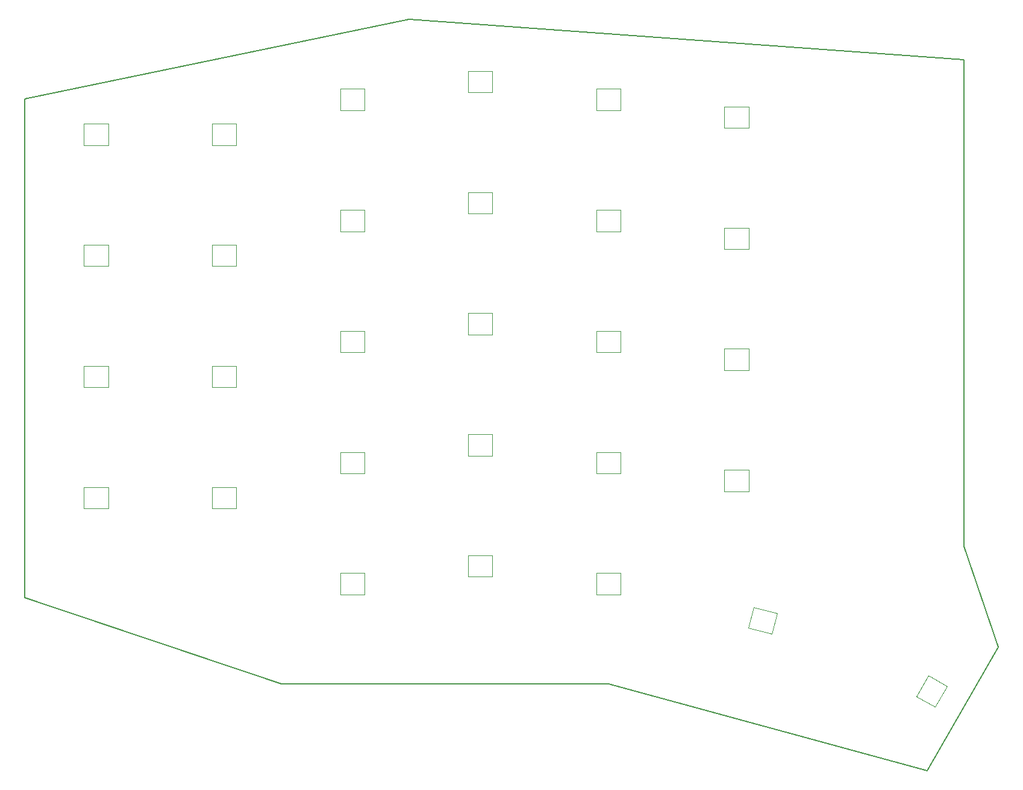
<source format=gbr>
%TF.GenerationSoftware,KiCad,Pcbnew,7.0.7*%
%TF.CreationDate,2023-10-16T17:22:34-07:00*%
%TF.ProjectId,main_pcb,6d61696e-5f70-4636-922e-6b696361645f,v1.0.0*%
%TF.SameCoordinates,Original*%
%TF.FileFunction,Profile,NP*%
%FSLAX46Y46*%
G04 Gerber Fmt 4.6, Leading zero omitted, Abs format (unit mm)*
G04 Created by KiCad (PCBNEW 7.0.7) date 2023-10-16 17:22:34*
%MOMM*%
%LPD*%
G01*
G04 APERTURE LIST*
%TA.AperFunction,Profile*%
%ADD10C,0.150000*%
%TD*%
%TA.AperFunction,Profile*%
%ADD11C,0.120000*%
%TD*%
G04 APERTURE END LIST*
D10*
X139999988Y-192500000D02*
X139999988Y-122500000D01*
X175999988Y-204600000D02*
X139999988Y-192500000D01*
X221999988Y-204600000D02*
X175999988Y-204600000D01*
X271999990Y-117000000D02*
X271999990Y-185350000D01*
X193999988Y-111300000D02*
X271999990Y-117000000D01*
X271999990Y-185350000D02*
X276778958Y-199500413D01*
X266778958Y-216820921D02*
X221999988Y-204600000D01*
X276778958Y-199500413D02*
X266778958Y-216820921D01*
X139999988Y-122500000D02*
X193999988Y-111300000D01*
D11*
%TO.C,_23*%
X220299988Y-121100000D02*
X223699988Y-121100000D01*
X220299988Y-124100000D02*
X220299988Y-121100000D01*
X223699988Y-121100000D02*
X223699988Y-124100000D01*
X223699988Y-124100000D02*
X220299988Y-124100000D01*
%TO.C,_17*%
X202299988Y-135600000D02*
X205699988Y-135600000D01*
X202299988Y-138600000D02*
X202299988Y-135600000D01*
X205699988Y-135600000D02*
X205699988Y-138600000D01*
X205699988Y-138600000D02*
X202299988Y-138600000D01*
%TO.C,_28*%
X242410829Y-193864453D02*
X245694976Y-194744438D01*
X241634372Y-196762230D02*
X242410829Y-193864453D01*
X245694976Y-194744438D02*
X244918519Y-197642215D01*
X244918519Y-197642215D02*
X241634372Y-196762230D01*
%TO.C,_25*%
X238299988Y-157600000D02*
X241699988Y-157600000D01*
X238299988Y-160600000D02*
X238299988Y-157600000D01*
X241699988Y-157600000D02*
X241699988Y-160600000D01*
X241699988Y-160600000D02*
X238299988Y-160600000D01*
%TO.C,_21*%
X220299988Y-155100000D02*
X223699988Y-155100000D01*
X220299988Y-158100000D02*
X220299988Y-155100000D01*
X223699988Y-155100000D02*
X223699988Y-158100000D01*
X223699988Y-158100000D02*
X220299988Y-158100000D01*
%TO.C,_4*%
X148299988Y-126000000D02*
X151699988Y-126000000D01*
X148299988Y-129000000D02*
X148299988Y-126000000D01*
X151699988Y-126000000D02*
X151699988Y-129000000D01*
X151699988Y-129000000D02*
X148299988Y-129000000D01*
%TO.C,_19*%
X220299988Y-189100000D02*
X223699988Y-189100000D01*
X220299988Y-192100000D02*
X220299988Y-189100000D01*
X223699988Y-189100000D02*
X223699988Y-192100000D01*
X223699988Y-192100000D02*
X220299988Y-192100000D01*
%TO.C,_5*%
X166299988Y-177000000D02*
X169699988Y-177000000D01*
X166299988Y-180000000D02*
X166299988Y-177000000D01*
X169699988Y-177000000D02*
X169699988Y-180000000D01*
X169699988Y-180000000D02*
X166299988Y-180000000D01*
%TO.C,_2*%
X148299988Y-160000000D02*
X151699988Y-160000000D01*
X148299988Y-163000000D02*
X148299988Y-160000000D01*
X151699988Y-160000000D02*
X151699988Y-163000000D01*
X151699988Y-163000000D02*
X148299988Y-163000000D01*
%TO.C,_29*%
X269597869Y-204938424D02*
X267897869Y-207882910D01*
X266999793Y-203438424D02*
X269597869Y-204938424D01*
X267897869Y-207882910D02*
X265299793Y-206382910D01*
X265299793Y-206382910D02*
X266999793Y-203438424D01*
%TO.C,_15*%
X202299988Y-169600000D02*
X205699988Y-169600000D01*
X202299988Y-172600000D02*
X202299988Y-169600000D01*
X205699988Y-169600000D02*
X205699988Y-172600000D01*
X205699988Y-172600000D02*
X202299988Y-172600000D01*
%TO.C,_11*%
X184299988Y-155100000D02*
X187699988Y-155100000D01*
X184299988Y-158100000D02*
X184299988Y-155100000D01*
X187699988Y-155100000D02*
X187699988Y-158100000D01*
X187699988Y-158100000D02*
X184299988Y-158100000D01*
%TO.C,_24*%
X238299988Y-174600000D02*
X241699988Y-174600000D01*
X238299988Y-177600000D02*
X238299988Y-174600000D01*
X241699988Y-174600000D02*
X241699988Y-177600000D01*
X241699988Y-177600000D02*
X238299988Y-177600000D01*
%TO.C,_10*%
X184299988Y-172100000D02*
X187699988Y-172100000D01*
X184299988Y-175100000D02*
X184299988Y-172100000D01*
X187699988Y-172100000D02*
X187699988Y-175100000D01*
X187699988Y-175100000D02*
X184299988Y-175100000D01*
%TO.C,_9*%
X184299988Y-189100000D02*
X187699988Y-189100000D01*
X184299988Y-192100000D02*
X184299988Y-189100000D01*
X187699988Y-189100000D02*
X187699988Y-192100000D01*
X187699988Y-192100000D02*
X184299988Y-192100000D01*
%TO.C,_14*%
X202299988Y-186600000D02*
X205699988Y-186600000D01*
X202299988Y-189600000D02*
X202299988Y-186600000D01*
X205699988Y-186600000D02*
X205699988Y-189600000D01*
X205699988Y-189600000D02*
X202299988Y-189600000D01*
%TO.C,_20*%
X220299988Y-172100000D02*
X223699988Y-172100000D01*
X220299988Y-175100000D02*
X220299988Y-172100000D01*
X223699988Y-172100000D02*
X223699988Y-175100000D01*
X223699988Y-175100000D02*
X220299988Y-175100000D01*
%TO.C,_27*%
X238299988Y-123600000D02*
X241699988Y-123600000D01*
X238299988Y-126600000D02*
X238299988Y-123600000D01*
X241699988Y-123600000D02*
X241699988Y-126600000D01*
X241699988Y-126600000D02*
X238299988Y-126600000D01*
%TO.C,_12*%
X184299988Y-138100000D02*
X187699988Y-138100000D01*
X184299988Y-141100000D02*
X184299988Y-138100000D01*
X187699988Y-138100000D02*
X187699988Y-141100000D01*
X187699988Y-141100000D02*
X184299988Y-141100000D01*
%TO.C,_18*%
X202299988Y-118600000D02*
X205699988Y-118600000D01*
X202299988Y-121600000D02*
X202299988Y-118600000D01*
X205699988Y-118600000D02*
X205699988Y-121600000D01*
X205699988Y-121600000D02*
X202299988Y-121600000D01*
%TO.C,_16*%
X202299988Y-152600000D02*
X205699988Y-152600000D01*
X202299988Y-155600000D02*
X202299988Y-152600000D01*
X205699988Y-152600000D02*
X205699988Y-155600000D01*
X205699988Y-155600000D02*
X202299988Y-155600000D01*
%TO.C,_1*%
X148299988Y-177000000D02*
X151699988Y-177000000D01*
X148299988Y-180000000D02*
X148299988Y-177000000D01*
X151699988Y-177000000D02*
X151699988Y-180000000D01*
X151699988Y-180000000D02*
X148299988Y-180000000D01*
%TO.C,_6*%
X166299988Y-160000000D02*
X169699988Y-160000000D01*
X166299988Y-163000000D02*
X166299988Y-160000000D01*
X169699988Y-160000000D02*
X169699988Y-163000000D01*
X169699988Y-163000000D02*
X166299988Y-163000000D01*
%TO.C,_8*%
X166299988Y-126000000D02*
X169699988Y-126000000D01*
X166299988Y-129000000D02*
X166299988Y-126000000D01*
X169699988Y-126000000D02*
X169699988Y-129000000D01*
X169699988Y-129000000D02*
X166299988Y-129000000D01*
%TO.C,_13*%
X184299988Y-121100000D02*
X187699988Y-121100000D01*
X184299988Y-124100000D02*
X184299988Y-121100000D01*
X187699988Y-121100000D02*
X187699988Y-124100000D01*
X187699988Y-124100000D02*
X184299988Y-124100000D01*
%TO.C,_22*%
X220299988Y-138100000D02*
X223699988Y-138100000D01*
X220299988Y-141100000D02*
X220299988Y-138100000D01*
X223699988Y-138100000D02*
X223699988Y-141100000D01*
X223699988Y-141100000D02*
X220299988Y-141100000D01*
%TO.C,_7*%
X166299988Y-143000000D02*
X169699988Y-143000000D01*
X166299988Y-146000000D02*
X166299988Y-143000000D01*
X169699988Y-143000000D02*
X169699988Y-146000000D01*
X169699988Y-146000000D02*
X166299988Y-146000000D01*
%TO.C,_3*%
X148299988Y-143000000D02*
X151699988Y-143000000D01*
X148299988Y-146000000D02*
X148299988Y-143000000D01*
X151699988Y-143000000D02*
X151699988Y-146000000D01*
X151699988Y-146000000D02*
X148299988Y-146000000D01*
%TO.C,_26*%
X238299988Y-140600000D02*
X241699988Y-140600000D01*
X238299988Y-143600000D02*
X238299988Y-140600000D01*
X241699988Y-140600000D02*
X241699988Y-143600000D01*
X241699988Y-143600000D02*
X238299988Y-143600000D01*
%TD*%
M02*

</source>
